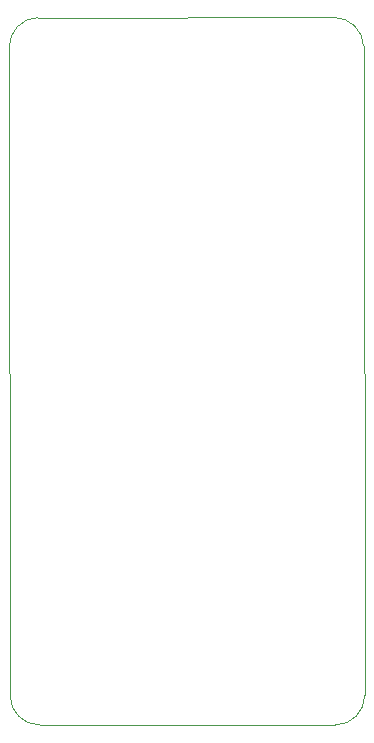
<source format=gbr>
%TF.GenerationSoftware,KiCad,Pcbnew,8.0.2-1*%
%TF.CreationDate,2025-02-04T18:40:10-06:00*%
%TF.ProjectId,ADACHI,41444143-4849-42e6-9b69-6361645f7063,rev?*%
%TF.SameCoordinates,Original*%
%TF.FileFunction,Profile,NP*%
%FSLAX46Y46*%
G04 Gerber Fmt 4.6, Leading zero omitted, Abs format (unit mm)*
G04 Created by KiCad (PCBNEW 8.0.2-1) date 2025-02-04 18:40:10*
%MOMM*%
%LPD*%
G01*
G04 APERTURE LIST*
%TA.AperFunction,Profile*%
%ADD10C,0.050000*%
%TD*%
G04 APERTURE END LIST*
D10*
X153900000Y-153600000D02*
X153800000Y-98600000D01*
X151300000Y-96198001D02*
G75*
G02*
X153800000Y-98600000I0J-2501999D01*
G01*
X151300000Y-96198001D02*
X126200000Y-96200000D01*
X153900000Y-153600000D02*
G75*
G02*
X151400000Y-156100000I-2500000J0D01*
G01*
X126367767Y-156100000D02*
G75*
G02*
X123867800Y-153600000I33J2500000D01*
G01*
X123798001Y-98700000D02*
X123867767Y-153600000D01*
X123798001Y-98700000D02*
G75*
G02*
X126200000Y-96200000I2501999J0D01*
G01*
X151400000Y-156100000D02*
X126367767Y-156100000D01*
M02*

</source>
